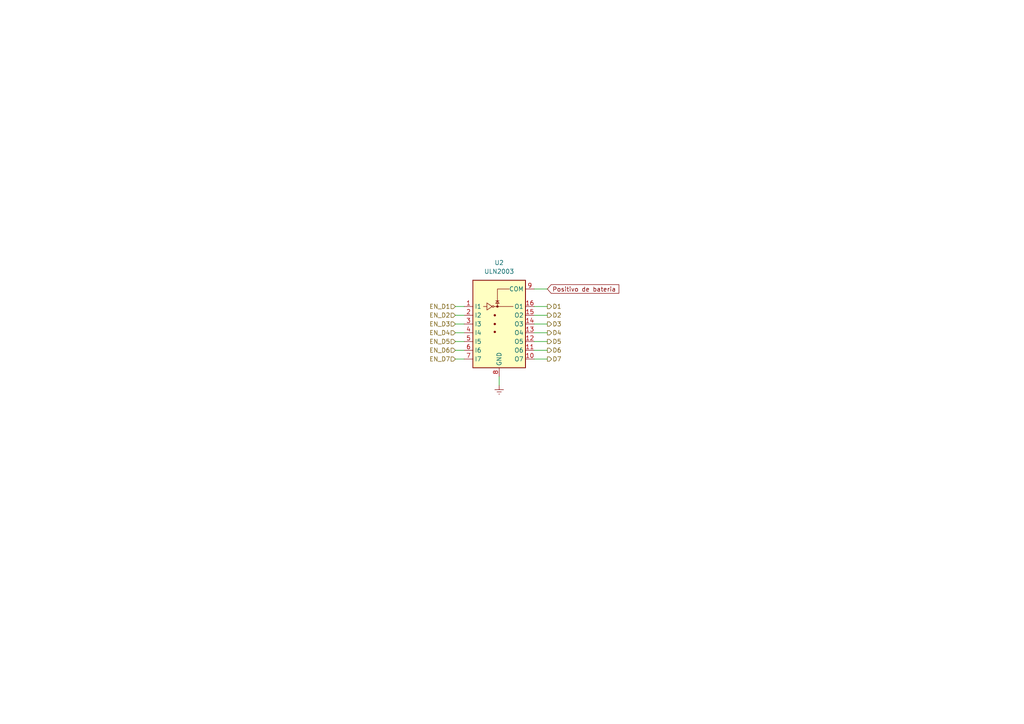
<source format=kicad_sch>
(kicad_sch (version 20230121) (generator eeschema)
  (paper "A4")
  (lib_symbols
    (symbol "Transistor_Array:ULN2003"
      (property "Reference" "U" (at 0 15.875 0))
      (property "Value" "ULN2003" (at 0 13.97 0))
      (symbol "ULN2003_0_1"
        (rectangle (start -7.62 -12.7) (end 7.62 12.7) (stroke (width 0.254)) (fill (type background)))
        (circle (center -1.778 5.08) (radius 0.254))
        (circle (center -1.27 -2.286) (radius 0.254) (fill (type outline)))
        (circle (center -1.27 0) (radius 0.254) (fill (type outline)))
        (circle (center -1.27 2.54) (radius 0.254) (fill (type outline)))
        (circle (center -0.508 5.08) (radius 0.254) (fill (type outline)))
        (polyline (pts (xy -4.572 5.08) (xy -3.556 5.08)))
        (polyline (pts (xy -1.524 5.08) (xy 4.064 5.08)))
        (polyline (pts (xy 0 6.731) (xy -1.016 6.731)))
        (polyline (pts (xy -0.508 5.08) (xy -0.508 10.16) (xy 2.921 10.16)))
        (polyline (pts (xy -3.556 6.096) (xy -3.556 4.064) (xy -2.032 5.08) (xy -3.556 6.096)))
        (polyline (pts (xy 0 5.969) (xy -1.016 5.969) (xy -0.508 6.731) (xy 0 5.969)))
      )
      (symbol "ULN2003_1_1"
        (pin input line (at -10.16 5.08 0) (length 2.54) (name "I1") (number "1"))
        (pin open_collector line (at 10.16 -10.16 180) (length 2.54) (name "O7") (number "10"))
        (pin open_collector line (at 10.16 -7.62 180) (length 2.54) (name "O6") (number "11"))
        (pin open_collector line (at 10.16 -5.08 180) (length 2.54) (name "O5") (number "12"))
        (pin open_collector line (at 10.16 -2.54 180) (length 2.54) (name "O4") (number "13"))
        (pin open_collector line (at 10.16 0 180) (length 2.54) (name "O3") (number "14"))
        (pin open_collector line (at 10.16 2.54 180) (length 2.54) (name "O2") (number "15"))
        (pin open_collector line (at 10.16 5.08 180) (length 2.54) (name "O1") (number "16"))
        (pin input line (at -10.16 2.54 0) (length 2.54) (name "I2") (number "2"))
        (pin input line (at -10.16 0 0) (length 2.54) (name "I3") (number "3"))
        (pin input line (at -10.16 -2.54 0) (length 2.54) (name "I4") (number "4"))
        (pin input line (at -10.16 -5.08 0) (length 2.54) (name "I5") (number "5"))
        (pin input line (at -10.16 -7.62 0) (length 2.54) (name "I6") (number "6"))
        (pin input line (at -10.16 -10.16 0) (length 2.54) (name "I7") (number "7"))
        (pin power_in line (at 0 -15.24 90) (length 2.54) (name "GND") (number "8"))
        (pin passive line (at 10.16 10.16 180) (length 2.54) (name "COM") (number "9"))
      )
    )
    (symbol "power:Earth" (power) (pin_names (offset 0))
      (symbol "Earth_0_1"
        (polyline (pts (xy -0.635 -1.905) (xy 0.635 -1.905)))
        (polyline (pts (xy -0.127 -2.54) (xy 0.127 -2.54)))
        (polyline (pts (xy 0 -1.27) (xy 0 0)))
        (polyline (pts (xy 1.27 -1.27) (xy -1.27 -1.27)))
      )
      (symbol "Earth_1_1"
        (pin power_in line (at 0 0 270) (length 0) hide (name "Earth") (number "1"))
      )
    )
  )
  (wire (pts (xy 154.94 93.98) (xy 158.75 93.98)))
  (wire (pts (xy 154.94 96.52) (xy 158.75 96.52)))
  (wire (pts (xy 154.94 99.06) (xy 158.75 99.06)))
  (wire (pts (xy 132.08 104.14) (xy 134.62 104.14)))
  (wire (pts (xy 154.94 104.14) (xy 158.75 104.14)))
  (wire (pts (xy 132.08 99.06) (xy 134.62 99.06)))
  (wire (pts (xy 132.08 93.98) (xy 134.62 93.98)))
  (wire (pts (xy 154.94 91.44) (xy 158.75 91.44)))
  (wire (pts (xy 154.94 88.9) (xy 158.75 88.9)))
  (wire (pts (xy 132.08 96.52) (xy 134.62 96.52)))
  (wire (pts (xy 132.08 91.44) (xy 134.62 91.44)))
  (wire (pts (xy 132.08 88.9) (xy 134.62 88.9)))
  (wire (pts (xy 154.94 83.82) (xy 158.75 83.82)))
  (wire (pts (xy 154.94 101.6) (xy 158.75 101.6)))
  (wire (pts (xy 144.78 109.22) (xy 144.78 111.76)))
  (wire (pts (xy 132.08 101.6) (xy 134.62 101.6)))
  (global_label "Positivo de bateria" (shape input) (at 158.75 83.82 0) (property "Intersheetrefs" "${INTERSHEET_REFS}" (effects hide)))
  (hierarchical_label "D1" (shape output) (at 158.75 88.9 0))
  (hierarchical_label "D7" (shape output) (at 158.75 104.14 0))
  (hierarchical_label "D6" (shape output) (at 158.75 101.6 0))
  (hierarchical_label "D5" (shape output) (at 158.75 99.06 0))
  (hierarchical_label "EN_D4" (shape input) (at 132.08 96.52 180))
  (hierarchical_label "EN_D6" (shape input) (at 132.08 101.6 180))
  (hierarchical_label "EN_D2" (shape input) (at 132.08 91.44 180))
  (hierarchical_label "D2" (shape output) (at 158.75 91.44 0))
  (hierarchical_label "D4" (shape output) (at 158.75 96.52 0))
  (hierarchical_label "EN_D7" (shape input) (at 132.08 104.14 180))
  (hierarchical_label "EN_D5" (shape input) (at 132.08 99.06 180))
  (hierarchical_label "EN_D3" (shape input) (at 132.08 93.98 180))
  (hierarchical_label "D3" (shape output) (at 158.75 93.98 0))
  (hierarchical_label "EN_D1" (shape input) (at 132.08 88.9 180))
  (symbol (lib_id "Transistor_Array:ULN2003") (at 144.78 93.98 0) (unit 1)
    (property "Reference" "U2" (at 144.78 76.2 0))
    (property "Value" "ULN2003" (at 144.78 78.74 0))
    (property "Footprint" "Package_SO:SOIC-16_3.9x9.9mm_P1.27mm" (effects hide))
    (property "Datasheet" "http://www.ti.com/lit/ds/symlink/uln2003a.pdf" (effects hide))
  )
  (symbol (lib_id "power:Earth") (at 144.78 111.76 0) (unit 1)
    (property "Reference" "#PWR06" (effects hide))
    (property "Value" "Earth" (effects hide))
  )
)
</source>
